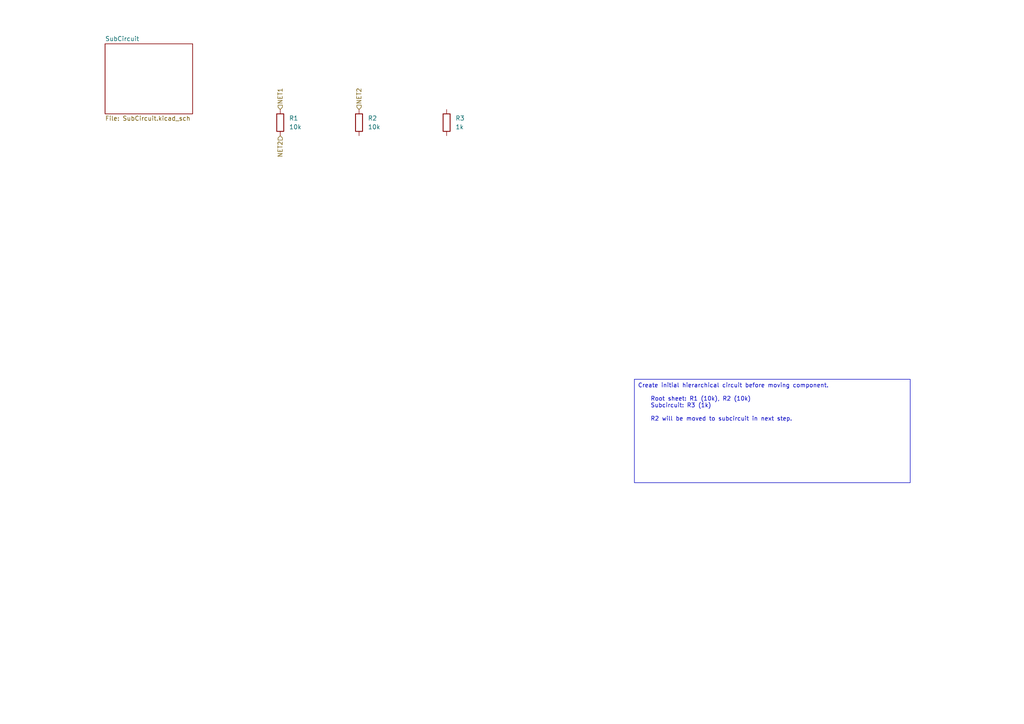
<source format=kicad_sch>
(kicad_sch (version 20250114) (generator "circuit_synth") (generator_version "0.8.36")
  (paper "A4")
  (title_block (title "multi_sheet_initial"))
  (lib_symbols
    (symbol "Device:R" (pin_numbers (hide yes)) (pin_names (offset 0))
      (property "Reference" "R" (at 2.032 0 90))
      (property "Value" "R" (at 0 0 90))
      (symbol "R_0_1"
        (rectangle (start -1.016 -2.54) (end 1.016 2.54) (stroke (width 0.254)))
      )
      (symbol "R_1_1"
        (pin passive line (at 0 3.81 270) (length 1.27) (name "~") (number "1"))
        (pin passive line (at 0 -3.81 90) (length 1.27) (name "~") (number "2"))
      )
    )
  )
  (symbol (lib_id "Device:R") (at 81.28 35.56 0) (unit 1)
    (property "Reference" "R1" (at 83.82 34.2899 0) (effects (justify left)))
    (property "Value" "10k" (at 83.82 36.8299 0) (effects (justify left)))
    (property "Footprint" "Resistor_SMD:R_0603_1608Metric" (effects (hide yes)))
    (property "hierarchy_path" "/621da191-e884-43f5-b6d2-22c50f872a9f" (effects (hide yes)))
    (property "project_name" "multi_sheet_initial" (effects (hide yes)))
    (property "root_uuid" "621da191-e884-43f5-b6d2-22c50f872a9f" (effects (hide yes)))
  )
  (symbol (lib_id "Device:R") (at 104.14 35.56 0) (unit 1)
    (property "Reference" "R2" (at 106.68 34.2899 0) (effects (justify left)))
    (property "Value" "10k" (at 106.68 36.8299 0) (effects (justify left)))
    (property "Footprint" "Resistor_SMD:R_0603_1608Metric" (effects (hide yes)))
    (property "hierarchy_path" "/621da191-e884-43f5-b6d2-22c50f872a9f" (effects (hide yes)))
    (property "project_name" "multi_sheet_initial" (effects (hide yes)))
    (property "root_uuid" "621da191-e884-43f5-b6d2-22c50f872a9f" (effects (hide yes)))
  )
  (symbol (lib_id "Device:R") (at 129.54 35.56 0) (unit 1)
    (property "Reference" "R3" (at 132.08 34.2899 0) (effects (justify left)))
    (property "Value" "1k" (at 132.08 36.8299 0) (effects (justify left)))
    (property "Footprint" "Resistor_SMD:R_0603_1608Metric" (effects (hide yes)))
    (property "hierarchy_path" "/621da191-e884-43f5-b6d2-22c50f872a9f" (effects (hide yes)))
    (property "project_name" "multi_sheet_initial" (effects (hide yes)))
    (property "root_uuid" "621da191-e884-43f5-b6d2-22c50f872a9f" (effects (hide yes)))
  )
  (hierarchical_label "NET1" (shape input) (at 81.28 31.75 90))
  (hierarchical_label "NET2" (shape input) (at 81.28 39.37 270))
  (hierarchical_label "NET2" (shape input) (at 104.14 31.75 90))
  (text_box "Create initial hierarchical circuit before moving component.\n\n    Root sheet: R1 (10k), R2 (10k)\n    Subcircuit: R3 (1k)\n\n    R2 will be moved to subcircuit in next step." (at 184 110 0) (size 80 30) (margins 1 1 1 1) (effects (font (size 1.2 1.2)) (justify left top)))
  (sheet (at 30.48 12.7) (size 25.4 20.32) (stroke (width 0.1524))
    (property "Sheetname" "SubCircuit" (at 30.48 11.9884 0) (effects (justify left bottom)))
    (property "Sheetfile" "SubCircuit.kicad_sch" (at 30.48 33.6046 0) (effects (justify left top)))
  )
)
</source>
